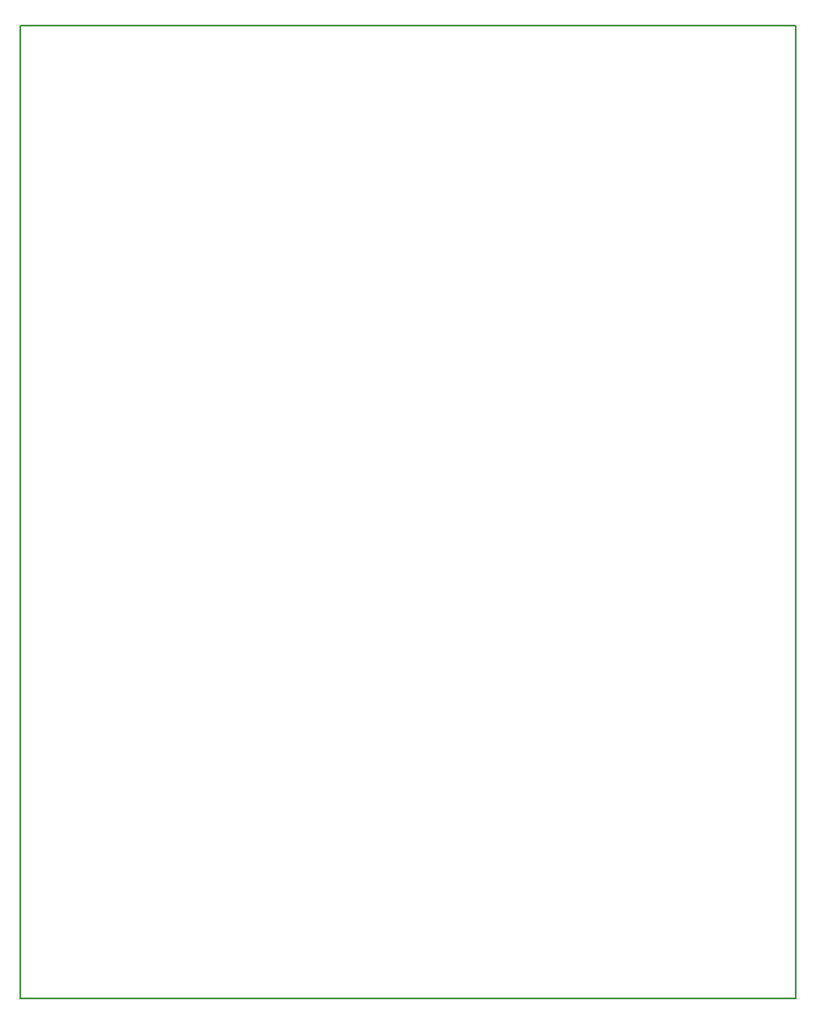
<source format=gko>
G04*
G04 #@! TF.GenerationSoftware,Altium Limited,Altium Designer,23.9.2 (47)*
G04*
G04 Layer_Color=16711935*
%FSLAX24Y24*%
%MOIN*%
G70*
G04*
G04 #@! TF.SameCoordinates,AAFFF98D-1960-493D-9132-569EA71A65ED*
G04*
G04*
G04 #@! TF.FilePolarity,Positive*
G04*
G01*
G75*
%ADD11C,0.0079*%
D11*
X0Y0D02*
X29331D01*
X0D02*
Y36772D01*
X29331D01*
Y0D02*
Y36772D01*
M02*

</source>
